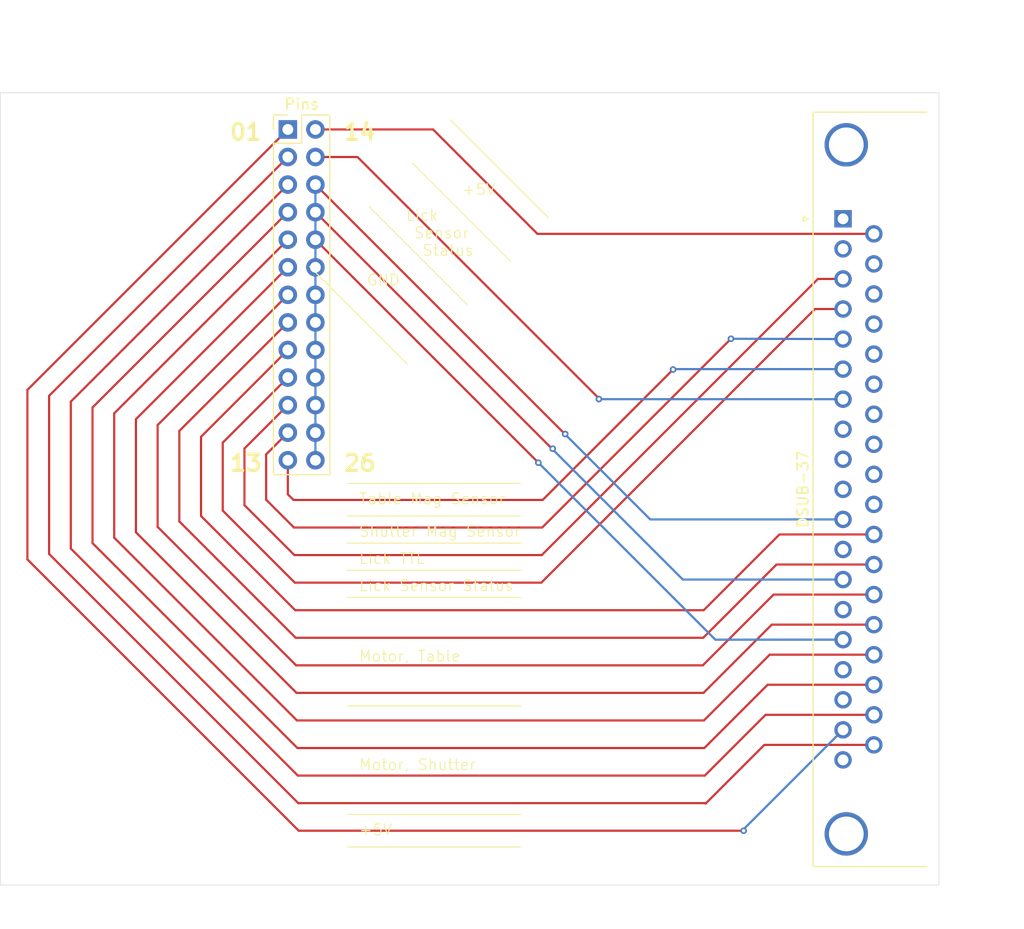
<source format=kicad_pcb>
(kicad_pcb (version 20240108) (generator "pcbnew") (generator_version "8.0")
  (layers (0 "F.Cu" signal) (31 "B.Cu" signal) (34 "B.Paste" user) (35 "F.Paste" user) (36 "B.SilkS" user "B.Silkscreen") (37 "F.SilkS" user "F.Silkscreen") (38 "B.Mask" user) (39 "F.Mask" user) (44 "Edge.Cuts" user))
  (net 0 "")
  (footprint "Connector_Dsub:DSUB-37_Female_Horizontal_P2.77x2.84mm_EdgePinOffset4.94mm_Housed_MountingHolesOffset7.48mm" (layer "F.Cu") (at 202.66 59.615 90)
    (property "Reference" "DSUB-37" (at -24.93 -3.7 90) (layer "F.SilkS"))
    (property "Value" "DSUB-37_Female_Horizontal_P2.77x2.84mm_EdgePinOffset4.94mm_Housed_MountingHolesOffset7.48mm")
    (fp_line (start 0.25 -3.654338) (end 0 -3.221325) (stroke (width 0.12)) (layer "F.SilkS"))
    (fp_line (start -0.25 -3.654338) (end 0.25 -3.654338) (stroke (width 0.12)) (layer "F.SilkS"))
    (fp_line (start 0 -3.221325) (end -0.25 -3.654338) (stroke (width 0.12)) (layer "F.SilkS"))
    (fp_line (start 9.83 -2.76) (end 9.83 7.72) (stroke (width 0.12)) (layer "F.SilkS"))
    (fp_line (start -59.69 -2.76) (end 9.83 -2.76) (stroke (width 0.12)) (layer "F.SilkS"))
    (fp_line (start -59.69 7.72) (end -59.69 -2.76) (stroke (width 0.12)) (layer "F.SilkS"))
    (pad "0" thru_hole circle (at -56.68 0.3 90) (size 4 4) (drill 3.2) (layers "*.Cu" "*.Mask"))
    (pad "0" thru_hole circle (at 6.82 0.3 90) (size 4 4) (drill 3.2) (layers "*.Cu" "*.Mask"))
    (pad "1" thru_hole rect (at 0 0 90) (size 1.6 1.6) (drill 1) (layers "*.Cu" "*.Mask"))
    (pad "2" thru_hole circle (at -2.77 0 90) (size 1.6 1.6) (drill 1) (layers "*.Cu" "*.Mask"))
    (pad "3" thru_hole circle (at -5.54 0 90) (size 1.6 1.6) (drill 1) (layers "*.Cu" "*.Mask"))
    (pad "4" thru_hole circle (at -8.31 0 90) (size 1.6 1.6) (drill 1) (layers "*.Cu" "*.Mask"))
    (pad "5" thru_hole circle (at -11.08 0 90) (size 1.6 1.6) (drill 1) (layers "*.Cu" "*.Mask"))
    (pad "6" thru_hole circle (at -13.85 0 90) (size 1.6 1.6) (drill 1) (layers "*.Cu" "*.Mask"))
    (pad "7" thru_hole circle (at -16.62 0 90) (size 1.6 1.6) (drill 1) (layers "*.Cu" "*.Mask"))
    (pad "8" thru_hole circle (at -19.39 0 90) (size 1.6 1.6) (drill 1) (layers "*.Cu" "*.Mask"))
    (pad "9" thru_hole circle (at -22.16 0 90) (size 1.6 1.6) (drill 1) (layers "*.Cu" "*.Mask"))
    (pad "10" thru_hole circle (at -24.93 0 90) (size 1.6 1.6) (drill 1) (layers "*.Cu" "*.Mask"))
    (pad "11" thru_hole circle (at -27.7 0 90) (size 1.6 1.6) (drill 1) (layers "*.Cu" "*.Mask"))
    (pad "12" thru_hole circle (at -30.47 0 90) (size 1.6 1.6) (drill 1) (layers "*.Cu" "*.Mask"))
    (pad "13" thru_hole circle (at -33.24 0 90) (size 1.6 1.6) (drill 1) (layers "*.Cu" "*.Mask"))
    (pad "14" thru_hole circle (at -36.01 0 90) (size 1.6 1.6) (drill 1) (layers "*.Cu" "*.Mask"))
    (pad "15" thru_hole circle (at -38.78 0 90) (size 1.6 1.6) (drill 1) (layers "*.Cu" "*.Mask"))
    (pad "16" thru_hole circle (at -41.55 0 90) (size 1.6 1.6) (drill 1) (layers "*.Cu" "*.Mask"))
    (pad "17" thru_hole circle (at -44.32 0 90) (size 1.6 1.6) (drill 1) (layers "*.Cu" "*.Mask"))
    (pad "18" thru_hole circle (at -47.09 0 90) (size 1.6 1.6) (drill 1) (layers "*.Cu" "*.Mask"))
    (pad "19" thru_hole circle (at -49.86 0 90) (size 1.6 1.6) (drill 1) (layers "*.Cu" "*.Mask"))
    (pad "20" thru_hole circle (at -1.385 2.84 90) (size 1.6 1.6) (drill 1) (layers "*.Cu" "*.Mask"))
    (pad "21" thru_hole circle (at -4.155 2.84 90) (size 1.6 1.6) (drill 1) (layers "*.Cu" "*.Mask"))
    (pad "22" thru_hole circle (at -6.925 2.84 90) (size 1.6 1.6) (drill 1) (layers "*.Cu" "*.Mask"))
    (pad "23" thru_hole circle (at -9.695 2.84 90) (size 1.6 1.6) (drill 1) (layers "*.Cu" "*.Mask"))
    (pad "24" thru_hole circle (at -12.465 2.84 90) (size 1.6 1.6) (drill 1) (layers "*.Cu" "*.Mask"))
    (pad "25" thru_hole circle (at -15.235 2.84 90) (size 1.6 1.6) (drill 1) (layers "*.Cu" "*.Mask"))
    (pad "26" thru_hole circle (at -18.005 2.84 90) (size 1.6 1.6) (drill 1) (layers "*.Cu" "*.Mask"))
    (pad "27" thru_hole circle (at -20.775 2.84 90) (size 1.6 1.6) (drill 1) (layers "*.Cu" "*.Mask"))
    (pad "28" thru_hole circle (at -23.545 2.84 90) (size 1.6 1.6) (drill 1) (layers "*.Cu" "*.Mask"))
    (pad "29" thru_hole circle (at -26.315 2.84 90) (size 1.6 1.6) (drill 1) (layers "*.Cu" "*.Mask"))
    (pad "30" thru_hole circle (at -29.085 2.84 90) (size 1.6 1.6) (drill 1) (layers "*.Cu" "*.Mask"))
    (pad "31" thru_hole circle (at -31.855 2.84 90) (size 1.6 1.6) (drill 1) (layers "*.Cu" "*.Mask"))
    (pad "32" thru_hole circle (at -34.625 2.84 90) (size 1.6 1.6) (drill 1) (layers "*.Cu" "*.Mask"))
    (pad "33" thru_hole circle (at -37.395 2.84 90) (size 1.6 1.6) (drill 1) (layers "*.Cu" "*.Mask"))
    (pad "34" thru_hole circle (at -40.165 2.84 90) (size 1.6 1.6) (drill 1) (layers "*.Cu" "*.Mask"))
    (pad "35" thru_hole circle (at -42.935 2.84 90) (size 1.6 1.6) (drill 1) (layers "*.Cu" "*.Mask"))
    (pad "36" thru_hole circle (at -45.705 2.84 90) (size 1.6 1.6) (drill 1) (layers "*.Cu" "*.Mask"))
    (pad "37" thru_hole circle (at -48.475 2.84 90) (size 1.6 1.6) (drill 1) (layers "*.Cu" "*.Mask"))
  )
  (footprint "Connector_PinHeader_2.54mm:PinHeader_2x13_P2.54mm_Vertical" (layer "F.Cu") (at 151.5 51.38)
    (property "Reference" "Pins" (at 1.27 -2.33 0) (layer "F.SilkS"))
    (property "Value" "PinHeader_2x13_P2.54mm_Vertical")
    (fp_line (start -1.33 -1.33) (end 0 -1.33) (stroke (width 0.12)) (layer "F.SilkS"))
    (fp_line (start -1.33 0) (end -1.33 -1.33) (stroke (width 0.12)) (layer "F.SilkS"))
    (fp_line (start -1.33 1.27) (end -1.33 31.81) (stroke (width 0.12)) (layer "F.SilkS"))
    (fp_line (start -1.33 1.27) (end 1.27 1.27) (stroke (width 0.12)) (layer "F.SilkS"))
    (fp_line (start -1.33 31.81) (end 3.87 31.81) (stroke (width 0.12)) (layer "F.SilkS"))
    (fp_line (start 1.27 -1.33) (end 3.87 -1.33) (stroke (width 0.12)) (layer "F.SilkS"))
    (fp_line (start 1.27 1.27) (end 1.27 -1.33) (stroke (width 0.12)) (layer "F.SilkS"))
    (fp_line (start 3.87 -1.33) (end 3.87 31.81) (stroke (width 0.12)) (layer "F.SilkS"))
    (pad "1" thru_hole rect (at 0 0) (size 1.7 1.7) (drill 1) (layers "*.Cu" "*.Mask"))
    (pad "2" thru_hole oval (at 0 2.54) (size 1.7 1.7) (drill 1) (layers "*.Cu" "*.Mask"))
    (pad "3" thru_hole oval (at 0 5.08) (size 1.7 1.7) (drill 1) (layers "*.Cu" "*.Mask"))
    (pad "4" thru_hole oval (at 0 7.62) (size 1.7 1.7) (drill 1) (layers "*.Cu" "*.Mask"))
    (pad "5" thru_hole oval (at 0 10.16) (size 1.7 1.7) (drill 1) (layers "*.Cu" "*.Mask"))
    (pad "6" thru_hole oval (at 0 12.7) (size 1.7 1.7) (drill 1) (layers "*.Cu" "*.Mask"))
    (pad "7" thru_hole oval (at 0 15.24) (size 1.7 1.7) (drill 1) (layers "*.Cu" "*.Mask"))
    (pad "8" thru_hole oval (at 0 17.78) (size 1.7 1.7) (drill 1) (layers "*.Cu" "*.Mask"))
    (pad "9" thru_hole oval (at 0 20.32) (size 1.7 1.7) (drill 1) (layers "*.Cu" "*.Mask"))
    (pad "10" thru_hole oval (at 0 22.86) (size 1.7 1.7) (drill 1) (layers "*.Cu" "*.Mask"))
    (pad "11" thru_hole oval (at 0 25.4) (size 1.7 1.7) (drill 1) (layers "*.Cu" "*.Mask"))
    (pad "12" thru_hole oval (at 0 27.94) (size 1.7 1.7) (drill 1) (layers "*.Cu" "*.Mask"))
    (pad "13" thru_hole oval (at 0 30.48) (size 1.7 1.7) (drill 1) (layers "*.Cu" "*.Mask"))
    (pad "14" thru_hole oval (at 2.54 0) (size 1.7 1.7) (drill 1) (layers "*.Cu" "*.Mask"))
    (pad "15" thru_hole oval (at 2.54 2.54) (size 1.7 1.7) (drill 1) (layers "*.Cu" "*.Mask"))
    (pad "16" thru_hole oval (at 2.54 5.08) (size 1.7 1.7) (drill 1) (layers "*.Cu" "*.Mask"))
    (pad "17" thru_hole oval (at 2.54 7.62) (size 1.7 1.7) (drill 1) (layers "*.Cu" "*.Mask"))
    (pad "18" thru_hole oval (at 2.54 10.16) (size 1.7 1.7) (drill 1) (layers "*.Cu" "*.Mask"))
    (pad "19" thru_hole oval (at 2.54 12.7) (size 1.7 1.7) (drill 1) (layers "*.Cu" "*.Mask"))
    (pad "20" thru_hole oval (at 2.54 15.24) (size 1.7 1.7) (drill 1) (layers "*.Cu" "*.Mask"))
    (pad "21" thru_hole oval (at 2.54 17.78) (size 1.7 1.7) (drill 1) (layers "*.Cu" "*.Mask"))
    (pad "22" thru_hole oval (at 2.54 20.32) (size 1.7 1.7) (drill 1) (layers "*.Cu" "*.Mask"))
    (pad "23" thru_hole oval (at 2.54 22.86) (size 1.7 1.7) (drill 1) (layers "*.Cu" "*.Mask"))
    (pad "24" thru_hole oval (at 2.54 25.4) (size 1.7 1.7) (drill 1) (layers "*.Cu" "*.Mask"))
    (pad "25" thru_hole oval (at 2.54 27.94) (size 1.7 1.7) (drill 1) (layers "*.Cu" "*.Mask"))
    (pad "26" thru_hole oval (at 2.54 30.48) (size 1.7 1.7) (drill 1) (layers "*.Cu" "*.Mask"))
  )
  (gr_line (start 157 114.5) (end 173 114.5) (stroke (width 0.1)) (layer "F.SilkS"))
  (gr_line (start 153.5 64) (end 162.5 73) (stroke (width 0.1)) (layer "F.SilkS"))
  (gr_line (start 163 54.5) (end 172 63.5) (stroke (width 0.1)) (layer "F.SilkS"))
  (gr_line (start 173 104.5) (end 157 104.5) (stroke (width 0.1)) (layer "F.SilkS"))
  (gr_line (start 157 84) (end 173 84) (stroke (width 0.1)) (layer "F.SilkS"))
  (gr_line (start 157 92) (end 173 92) (stroke (width 0.1)) (layer "F.SilkS"))
  (gr_line (start 173 89.5) (end 157 89.5) (stroke (width 0.1)) (layer "F.SilkS"))
  (gr_line (start 157 87) (end 173 87) (stroke (width 0.1)) (layer "F.SilkS"))
  (gr_line (start 173 94.5) (end 157 94.5) (stroke (width 0.1)) (layer "F.SilkS"))
  (gr_line (start 166.5 50.5) (end 175.5 59.5) (stroke (width 0.1)) (layer "F.SilkS"))
  (gr_line (start 157 117.5) (end 173 117.5) (stroke (width 0.1)) (layer "F.SilkS"))
  (gr_line (start 159 58.5) (end 168 67.5) (stroke (width 0.1)) (layer "F.SilkS"))
  (gr_rect (start 125 48) (end 211.5 121) (stroke (width 0.05)) (fill none) (layer "Edge.Cuts"))
  (gr_text "Table Mag Sensor" (at 158 86 0) (layer "F.SilkS") (effects (font (size 1 1) (thickness 0.1)) (justify left bottom)))
  (gr_text "Lick TTL" (at 158 91.5 0) (layer "F.SilkS") (effects (font (size 1 1) (thickness 0.1)) (justify left bottom)))
  (gr_text "14" (at 156.5 52.5 0) (layer "F.SilkS") (effects (font (size 1.5 1.5) (thickness 0.3) (bold yes)) (justify left bottom)))
  (gr_text "26" (at 156.5 83 0) (layer "F.SilkS") (effects (font (size 1.5 1.5) (thickness 0.3) (bold yes)) (justify left bottom)))
  (gr_text "+5V" (at 167.5 57.5 0) (layer "F.SilkS") (effects (font (size 1 1) (thickness 0.1)) (justify left bottom)))
  (gr_text "Shutter Mag Sensor" (at 158 89 0) (layer "F.SilkS") (effects (font (size 1 1) (thickness 0.1)) (justify left bottom)))
  (gr_text "Motor, Table" (at 158 100.5 0) (layer "F.SilkS") (effects (font (size 1 1) (thickness 0.1)) (justify left bottom)))
  (gr_text "Lick Sensor Status" (at 158 94 0) (layer "F.SilkS") (effects (font (size 1 1) (thickness 0.1)) (justify left bottom)))
  (gr_text "01" (at 146 52.5 0) (layer "F.SilkS") (effects (font (size 1.5 1.5) (thickness 0.3) (bold yes)) (justify left bottom)))
  (gr_text "GND\n" (at 158.709082 65.840287 0) (layer "F.SilkS") (effects (font (size 1 1) (thickness 0.1)) (justify left bottom)))
  (gr_text "13" (at 146 83 0) (layer "F.SilkS") (effects (font (size 1.5 1.5) (thickness 0.3) (bold yes)) (justify left bottom)))
  (gr_text "+5V" (at 158 116.5 0) (layer "F.SilkS") (effects (font (size 1 1) (thickness 0.1)) (justify left bottom)))
  (gr_text "Lick \n Sensor\n  Status" (at 162.321769 63.101899 0) (layer "F.SilkS") (effects (font (size 1 1) (thickness 0.1)) (justify left bottom)))
  (gr_text "Motor, Shutter" (at 158 110.5 0) (layer "F.SilkS") (effects (font (size 1 1) (thickness 0.1)) (justify left bottom)))
  (segment (start 190 113.5) (end 195.41 108.09) (width 0.2) (layer "F.Cu") (net 0))
  (segment (start 202.66 67.925) (end 200.075 67.925) (width 0.2) (layer "F.Cu") (net 0))
  (segment (start 175.907461 80.867461) (end 175.907461 80.795132) (width 0.2) (layer "F.Cu") (net 0))
  (segment (start 200.075 67.925) (end 174.86 93.14) (width 0.2) (layer "F.Cu") (net 0))
  (segment (start 180.223722 76.223722) (end 180.16261 76.223722) (width 0.2) (layer "F.Cu") (net 0))
  (segment (start 137.5 88.5) (end 152.3 103.3) (width 0.2) (layer "F.Cu") (net 0))
  (segment (start 157.92 53.92) (end 154.04 53.92) (width 0.2) (layer "F.Cu") (net 0))
  (segment (start 200.345 65.155) (end 174.9 90.6) (width 0.2) (layer "F.Cu") (net 0))
  (segment (start 193.365 116) (end 193.5 116) (width 0.2) (layer "F.Cu") (net 0))
  (segment (start 152.14 93.14) (end 145.5 86.5) (width 0.2) (layer "F.Cu") (net 0))
  (segment (start 180.16261 76.16261) (end 157.92 53.92) (width 0.2) (layer "F.Cu") (net 0))
  (segment (start 149.5 81.32) (end 151.5 79.32) (width 0.2) (layer "F.Cu") (net 0))
  (segment (start 133.5 89.5) (end 152.38 108.38) (width 0.2) (layer "F.Cu") (net 0))
  (segment (start 192.305 70.695) (end 174.94 88.06) (width 0.2) (layer "F.Cu") (net 0))
  (segment (start 131.5 90) (end 152.42 110.92) (width 0.2) (layer "F.Cu") (net 0))
  (segment (start 145.5 86.5) (end 145.5 80.24) (width 0.2) (layer "F.Cu") (net 0))
  (segment (start 174.588927 82.088927) (end 174.584915 82.088927) (width 0.2) (layer "F.Cu") (net 0))
  (segment (start 154.04 51.38) (end 164.88 51.38) (width 0.2) (layer "F.Cu") (net 0))
  (segment (start 143.5 87) (end 152.18 95.68) (width 0.2) (layer "F.Cu") (net 0))
  (segment (start 152.06 88.06) (end 149.5 85.5) (width 0.2) (layer "F.Cu") (net 0))
  (segment (start 174.584915 82.088927) (end 174.584915 82.084915) (width 0.2) (layer "F.Cu") (net 0))
  (segment (start 177.057502 79.477502) (end 177.057502 79.443835) (width 0.2) (layer "F.Cu") (net 0))
  (segment (start 196.8 88.7) (end 205.5 88.7) (width 0.2) (layer "F.Cu") (net 0))
  (segment (start 151.5 56.46) (end 131.5 76.46) (width 0.2) (layer "F.Cu") (net 0))
  (segment (start 175.907461 80.795132) (end 175.835132 80.795132) (width 0.2) (layer "F.Cu") (net 0))
  (segment (start 189.92 110.92) (end 195.52 105.32) (width 0.2) (layer "F.Cu") (net 0))
  (segment (start 193.365 116) (end 193.365 116) (width 0.2) (layer "F.Cu") (net 0))
  (segment (start 192.333616 70.666383) (end 192.305 70.695) (width 0.2) (layer "F.Cu") (net 0))
  (segment (start 145.5 80.24) (end 151.5 74.24) (width 0.2) (layer "F.Cu") (net 0))
  (segment (start 152.42 110.92) (end 189.92 110.92) (width 0.2) (layer "F.Cu") (net 0))
  (segment (start 202.66 65.155) (end 200.345 65.155) (width 0.2) (layer "F.Cu") (net 0))
  (segment (start 193.5 116) (end 193.5 115.865) (width 0.2) (layer "F.Cu") (net 0))
  (segment (start 189.78 98.22) (end 196.53 91.47) (width 0.2) (layer "F.Cu") (net 0))
  (segment (start 189.88 108.38) (end 195.71 102.55) (width 0.2) (layer "F.Cu") (net 0))
  (segment (start 147.5 86) (end 147.5 80.78) (width 0.2) (layer "F.Cu") (net 0))
  (segment (start 180.16261 76.223722) (end 180.16261 76.16261) (width 0.2) (layer "F.Cu") (net 0))
  (segment (start 127.5 91) (end 152.5 116) (width 0.2) (layer "F.Cu") (net 0))
  (segment (start 152.46 113.46) (end 189.96 113.46) (width 0.2) (layer "F.Cu") (net 0))
  (segment (start 137.5 78.08) (end 137.5 88.5) (width 0.2) (layer "F.Cu") (net 0))
  (segment (start 196.09 97.01) (end 205.5 97.01) (width 0.2) (layer "F.Cu") (net 0))
  (segment (start 135.5 77.54) (end 135.5 89) (width 0.2) (layer "F.Cu") (net 0))
  (segment (start 175.835132 80.795132) (end 154.04 59) (width 0.2) (layer "F.Cu") (net 0))
  (segment (start 141.5 79.16) (end 141.5 87.5) (width 0.2) (layer "F.Cu") (net 0))
  (segment (start 152.1 90.6) (end 147.5 86) (width 0.2) (layer "F.Cu") (net 0))
  (segment (start 180.235 76.235) (end 180.223722 76.223722) (width 0.2) (layer "F.Cu") (net 0))
  (segment (start 195.71 102.55) (end 205.5 102.55) (width 0.2) (layer "F.Cu") (net 0))
  (segment (start 152.02 85.52) (end 151.5 85) (width 0.2) (layer "F.Cu") (net 0))
  (segment (start 195.52 105.32) (end 205.5 105.32) (width 0.2) (layer "F.Cu") (net 0))
  (segment (start 143.5 79.7) (end 143.5 87) (width 0.2) (layer "F.Cu") (net 0))
  (segment (start 127.5 75.38) (end 127.5 91) (width 0.2) (layer "F.Cu") (net 0))
  (segment (start 152.26 100.76) (end 189.74 100.76) (width 0.2) (layer "F.Cu") (net 0))
  (segment (start 151.5 66.62) (end 139.5 78.62) (width 0.2) (layer "F.Cu") (net 0))
  (segment (start 141.5 87.5) (end 152.22 98.22) (width 0.2) (layer "F.Cu") (net 0))
  (segment (start 177.057502 79.443835) (end 177.023835 79.443835) (width 0.2) (layer "F.Cu") (net 0))
  (segment (start 195.41 108.09) (end 205.5 108.09) (width 0.2) (layer "F.Cu") (net 0))
  (segment (start 152.22 98.22) (end 189.78 98.22) (width 0.2) (layer "F.Cu") (net 0))
  (segment (start 139.5 78.62) (end 139.5 88) (width 0.2) (layer "F.Cu") (net 0))
  (segment (start 174.94 88.06) (end 152.06 88.06) (width 0.2) (layer "F.Cu") (net 0))
  (segment (start 196.53 91.47) (end 205.5 91.47) (width 0.2) (layer "F.Cu") (net 0))
  (segment (start 151.5 61.54) (end 135.5 77.54) (width 0.2) (layer "F.Cu") (net 0))
  (segment (start 189.82 95.68) (end 196.8 88.7) (width 0.2) (layer "F.Cu") (net 0))
  (segment (start 151.5 64.08) (end 137.5 78.08) (width 0.2) (layer "F.Cu") (net 0))
  (segment (start 177.023835 79.443835) (end 154.04 56.46) (width 0.2) (layer "F.Cu") (net 0))
  (segment (start 205.5 61) (end 174.5 61) (width 0.2) (layer "F.Cu") (net 0))
  (segment (start 189.96 113.46) (end 190 113.5) (width 0.2) (layer "F.Cu") (net 0))
  (segment (start 174.584915 82.084915) (end 154.04 61.54) (width 0.2) (layer "F.Cu") (net 0))
  (segment (start 152.5 116) (end 193.365 116) (width 0.2) (layer "F.Cu") (net 0))
  (segment (start 151.5 53.92) (end 129.5 75.92) (width 0.2) (layer "F.Cu") (net 0))
  (segment (start 151.5 85) (end 151.5 81.86) (width 0.2) (layer "F.Cu") (net 0))
  (segment (start 151.5 71.7) (end 143.5 79.7) (width 0.2) (layer "F.Cu") (net 0))
  (segment (start 151.5 59) (end 133.5 77) (width 0.2) (layer "F.Cu") (net 0))
  (segment (start 152.18 95.68) (end 189.82 95.68) (width 0.2) (layer "F.Cu") (net 0))
  (segment (start 129.5 90.5) (end 152.46 113.46) (width 0.2) (layer "F.Cu") (net 0))
  (segment (start 196.26 94.24) (end 205.5 94.24) (width 0.2) (layer "F.Cu") (net 0))
  (segment (start 131.5 76.46) (end 131.5 90) (width 0.2) (layer "F.Cu") (net 0))
  (segment (start 133.5 77) (end 133.5 89.5) (width 0.2) (layer "F.Cu") (net 0))
  (segment (start 189.84 105.84) (end 195.9 99.78) (width 0.2) (layer "F.Cu") (net 0))
  (segment (start 152.34 105.84) (end 189.84 105.84) (width 0.2) (layer "F.Cu") (net 0))
  (segment (start 135.5 89) (end 152.34 105.84) (width 0.2) (layer "F.Cu") (net 0))
  (segment (start 152.38 108.38) (end 189.88 108.38) (width 0.2) (layer "F.Cu") (net 0))
  (segment (start 187.035 73.465) (end 187 73.5) (width 0.2) (layer "F.Cu") (net 0))
  (segment (start 151.5 69.16) (end 141.5 79.16) (width 0.2) (layer "F.Cu") (net 0))
  (segment (start 174.86 93.14) (end 152.14 93.14) (width 0.2) (layer "F.Cu") (net 0))
  (segment (start 174.98 85.52) (end 152.02 85.52) (width 0.2) (layer "F.Cu") (net 0))
  (segment (start 149.5 85.5) (end 149.5 81.32) (width 0.2) (layer "F.Cu") (net 0))
  (segment (start 139.5 88) (end 152.26 100.76) (width 0.2) (layer "F.Cu") (net 0))
  (segment (start 174.5 61) (end 164.88 51.38) (width 0.2) (layer "F.Cu") (net 0))
  (segment (start 147.5 80.78) (end 151.5 76.78) (width 0.2) (layer "F.Cu") (net 0))
  (segment (start 187 73.5) (end 174.98 85.52) (width 0.2) (layer "F.Cu") (net 0))
  (segment (start 152.3 103.3) (end 189.8 103.3) (width 0.2) (layer "F.Cu") (net 0))
  (segment (start 151.5 51.38) (end 127.5 75.38) (width 0.2) (layer "F.Cu") (net 0))
  (segment (start 195.9 99.78) (end 205.5 99.78) (width 0.2) (layer "F.Cu") (net 0))
  (segment (start 189.8 103.3) (end 196.09 97.01) (width 0.2) (layer "F.Cu") (net 0))
  (segment (start 189.74 100.76) (end 196.26 94.24) (width 0.2) (layer "F.Cu") (net 0))
  (segment (start 174.9 90.6) (end 152.1 90.6) (width 0.2) (layer "F.Cu") (net 0))
  (segment (start 129.5 75.92) (end 129.5 90.5) (width 0.2) (layer "F.Cu") (net 0))
  (via (at 187 73.5) (size 0.6) (drill 0.3) (layers "F.Cu" "B.Cu") (net 0))
  (via (at 177.057502 79.443835) (size 0.6) (drill 0.3) (layers "F.Cu" "B.Cu") (net 0))
  (via (at 180.16261 76.223722) (size 0.6) (drill 0.3) (layers "F.Cu" "B.Cu") (net 0))
  (via (at 174.584915 82.088927) (size 0.6) (drill 0.3) (layers "F.Cu" "B.Cu") (net 0))
  (via (at 192.333616 70.666383) (size 0.6) (drill 0.3) (layers "F.Cu" "B.Cu") (net 0))
  (via (at 175.907461 80.795132) (size 0.6) (drill 0.3) (layers "F.Cu" "B.Cu") (net 0))
  (via (at 193.5 116) (size 0.6) (drill 0.3) (layers "F.Cu" "B.Cu") (net 0))
  (segment (start 202.66 92.855) (end 187.895 92.855) (width 0.2) (layer "B.Cu") (net 0))
  (segment (start 202.66 73.465) (end 187.035 73.465) (width 0.2) (layer "B.Cu") (net 0))
  (segment (start 202.66 70.695) (end 192.333616 70.666383) (width 0.2) (layer "B.Cu") (net 0))
  (segment (start 190.895 98.395) (end 174.588927 82.088927) (width 0.2) (layer "B.Cu") (net 0))
  (segment (start 187.895 92.855) (end 175.907461 80.867461) (width 0.2) (layer "B.Cu") (net 0))
  (segment (start 202.66 98.395) (end 190.895 98.395) (width 0.2) (layer "B.Cu") (net 0))
  (segment (start 184.895 87.315) (end 177.057502 79.477502) (width 0.2) (layer "B.Cu") (net 0))
  (segment (start 154.04 56.46) (end 154.04 81.86) (width 0.2) (layer "B.Cu") (net 0))
  (segment (start 193.5 115.865) (end 202.66 106.705) (width 0.2) (layer "B.Cu") (net 0))
  (segment (start 202.66 87.315) (end 184.895 87.315) (width 0.2) (layer "B.Cu") (net 0))
  (segment (start 202.66 76.235) (end 180.235 76.235) (width 0.2) (layer "B.Cu") (net 0))
)
</source>
